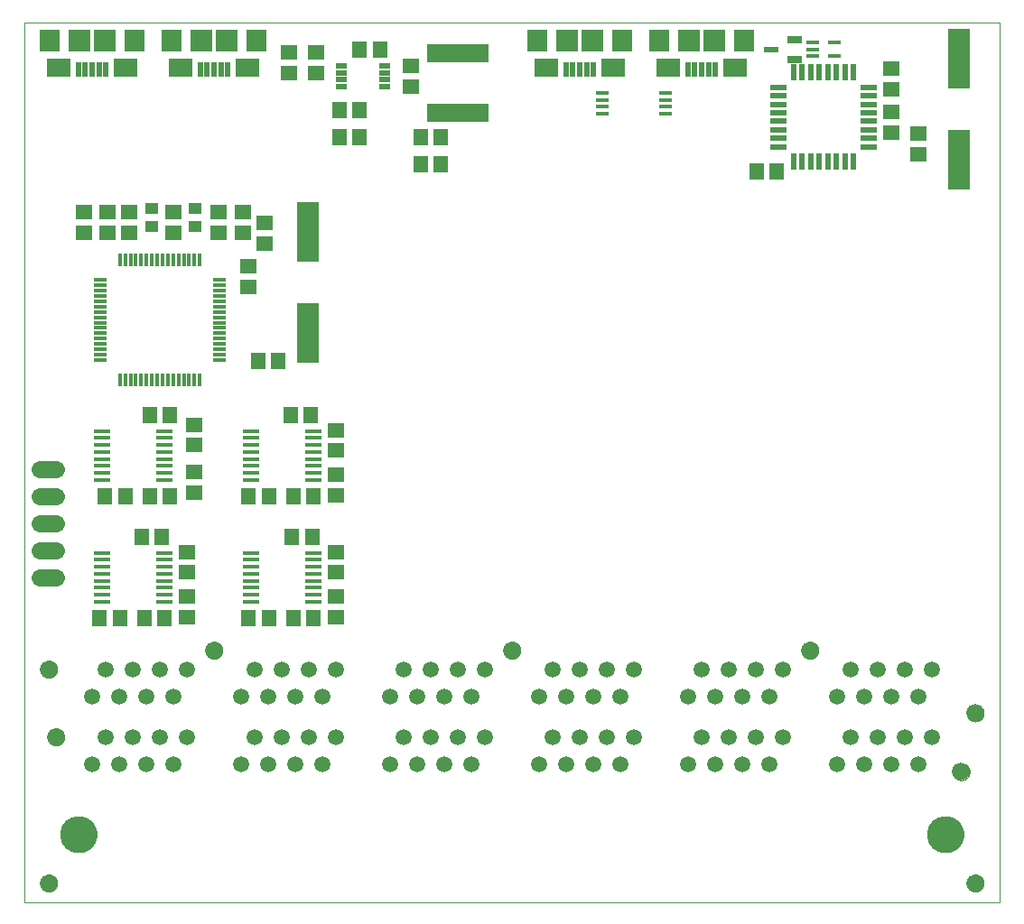
<source format=gts>
G75*
%MOIN*%
%OFA0B0*%
%FSLAX25Y25*%
%IPPOS*%
%LPD*%
%AMOC8*
5,1,8,0,0,1.08239X$1,22.5*
%
%ADD10C,0.00000*%
%ADD11R,0.06306X0.05518*%
%ADD12R,0.05518X0.06306*%
%ADD13R,0.02400X0.06200*%
%ADD14R,0.06200X0.02400*%
%ADD15R,0.05124X0.01778*%
%ADD16R,0.05124X0.04042*%
%ADD17R,0.08274X0.22054*%
%ADD18R,0.01384X0.05124*%
%ADD19R,0.05124X0.01384*%
%ADD20R,0.01975X0.05715*%
%ADD21R,0.08668X0.06699*%
%ADD22R,0.07487X0.07880*%
%ADD23R,0.07880X0.07880*%
%ADD24R,0.05600X0.02600*%
%ADD25R,0.05600X0.02400*%
%ADD26R,0.06200X0.01800*%
%ADD27C,0.06400*%
%ADD28R,0.05000X0.01800*%
%ADD29C,0.13600*%
%ADD30C,0.06600*%
%ADD31C,0.05900*%
%ADD32R,0.04337X0.02172*%
%ADD33R,0.22841X0.06699*%
D10*
X0028765Y0001800D02*
X0028765Y0326800D01*
X0388765Y0326800D01*
X0388765Y0001800D01*
X0028765Y0001800D01*
X0034665Y0008800D02*
X0034667Y0008911D01*
X0034673Y0009022D01*
X0034683Y0009133D01*
X0034697Y0009244D01*
X0034715Y0009354D01*
X0034737Y0009463D01*
X0034762Y0009571D01*
X0034792Y0009678D01*
X0034825Y0009784D01*
X0034863Y0009889D01*
X0034904Y0009993D01*
X0034948Y0010095D01*
X0034997Y0010195D01*
X0035048Y0010293D01*
X0035104Y0010390D01*
X0035163Y0010484D01*
X0035225Y0010577D01*
X0035290Y0010667D01*
X0035359Y0010754D01*
X0035430Y0010840D01*
X0035505Y0010922D01*
X0035583Y0011002D01*
X0035663Y0011079D01*
X0035746Y0011153D01*
X0035832Y0011224D01*
X0035920Y0011291D01*
X0036011Y0011356D01*
X0036104Y0011417D01*
X0036199Y0011475D01*
X0036296Y0011530D01*
X0036395Y0011581D01*
X0036496Y0011628D01*
X0036598Y0011672D01*
X0036702Y0011712D01*
X0036807Y0011748D01*
X0036913Y0011781D01*
X0037021Y0011809D01*
X0037130Y0011834D01*
X0037239Y0011855D01*
X0037349Y0011872D01*
X0037459Y0011885D01*
X0037570Y0011894D01*
X0037682Y0011899D01*
X0037793Y0011900D01*
X0037904Y0011897D01*
X0038015Y0011890D01*
X0038126Y0011879D01*
X0038236Y0011864D01*
X0038346Y0011845D01*
X0038455Y0011822D01*
X0038563Y0011796D01*
X0038670Y0011765D01*
X0038776Y0011731D01*
X0038880Y0011692D01*
X0038983Y0011651D01*
X0039085Y0011605D01*
X0039185Y0011556D01*
X0039283Y0011503D01*
X0039379Y0011447D01*
X0039473Y0011387D01*
X0039565Y0011324D01*
X0039654Y0011258D01*
X0039741Y0011189D01*
X0039825Y0011116D01*
X0039907Y0011041D01*
X0039986Y0010962D01*
X0040063Y0010881D01*
X0040136Y0010797D01*
X0040206Y0010711D01*
X0040273Y0010622D01*
X0040337Y0010531D01*
X0040397Y0010438D01*
X0040454Y0010342D01*
X0040508Y0010244D01*
X0040558Y0010145D01*
X0040604Y0010044D01*
X0040647Y0009941D01*
X0040686Y0009837D01*
X0040722Y0009731D01*
X0040753Y0009625D01*
X0040781Y0009517D01*
X0040805Y0009408D01*
X0040825Y0009299D01*
X0040841Y0009189D01*
X0040853Y0009078D01*
X0040861Y0008967D01*
X0040865Y0008856D01*
X0040865Y0008744D01*
X0040861Y0008633D01*
X0040853Y0008522D01*
X0040841Y0008411D01*
X0040825Y0008301D01*
X0040805Y0008192D01*
X0040781Y0008083D01*
X0040753Y0007975D01*
X0040722Y0007869D01*
X0040686Y0007763D01*
X0040647Y0007659D01*
X0040604Y0007556D01*
X0040558Y0007455D01*
X0040508Y0007356D01*
X0040454Y0007258D01*
X0040397Y0007162D01*
X0040337Y0007069D01*
X0040273Y0006978D01*
X0040206Y0006889D01*
X0040136Y0006803D01*
X0040063Y0006719D01*
X0039986Y0006638D01*
X0039907Y0006559D01*
X0039825Y0006484D01*
X0039741Y0006411D01*
X0039654Y0006342D01*
X0039565Y0006276D01*
X0039473Y0006213D01*
X0039379Y0006153D01*
X0039283Y0006097D01*
X0039185Y0006044D01*
X0039085Y0005995D01*
X0038983Y0005949D01*
X0038880Y0005908D01*
X0038776Y0005869D01*
X0038670Y0005835D01*
X0038563Y0005804D01*
X0038455Y0005778D01*
X0038346Y0005755D01*
X0038236Y0005736D01*
X0038126Y0005721D01*
X0038015Y0005710D01*
X0037904Y0005703D01*
X0037793Y0005700D01*
X0037682Y0005701D01*
X0037570Y0005706D01*
X0037459Y0005715D01*
X0037349Y0005728D01*
X0037239Y0005745D01*
X0037130Y0005766D01*
X0037021Y0005791D01*
X0036913Y0005819D01*
X0036807Y0005852D01*
X0036702Y0005888D01*
X0036598Y0005928D01*
X0036496Y0005972D01*
X0036395Y0006019D01*
X0036296Y0006070D01*
X0036199Y0006125D01*
X0036104Y0006183D01*
X0036011Y0006244D01*
X0035920Y0006309D01*
X0035832Y0006376D01*
X0035746Y0006447D01*
X0035663Y0006521D01*
X0035583Y0006598D01*
X0035505Y0006678D01*
X0035430Y0006760D01*
X0035359Y0006846D01*
X0035290Y0006933D01*
X0035225Y0007023D01*
X0035163Y0007116D01*
X0035104Y0007210D01*
X0035048Y0007307D01*
X0034997Y0007405D01*
X0034948Y0007505D01*
X0034904Y0007607D01*
X0034863Y0007711D01*
X0034825Y0007816D01*
X0034792Y0007922D01*
X0034762Y0008029D01*
X0034737Y0008137D01*
X0034715Y0008246D01*
X0034697Y0008356D01*
X0034683Y0008467D01*
X0034673Y0008578D01*
X0034667Y0008689D01*
X0034665Y0008800D01*
X0042165Y0026800D02*
X0042167Y0026962D01*
X0042173Y0027124D01*
X0042183Y0027286D01*
X0042197Y0027447D01*
X0042215Y0027608D01*
X0042236Y0027768D01*
X0042262Y0027928D01*
X0042292Y0028088D01*
X0042325Y0028246D01*
X0042363Y0028404D01*
X0042404Y0028560D01*
X0042449Y0028716D01*
X0042498Y0028870D01*
X0042551Y0029023D01*
X0042607Y0029175D01*
X0042667Y0029326D01*
X0042731Y0029475D01*
X0042799Y0029622D01*
X0042870Y0029767D01*
X0042944Y0029911D01*
X0043022Y0030053D01*
X0043104Y0030193D01*
X0043189Y0030331D01*
X0043277Y0030467D01*
X0043369Y0030600D01*
X0043464Y0030732D01*
X0043562Y0030861D01*
X0043663Y0030987D01*
X0043767Y0031111D01*
X0043875Y0031232D01*
X0043985Y0031351D01*
X0044098Y0031467D01*
X0044214Y0031580D01*
X0044333Y0031690D01*
X0044454Y0031798D01*
X0044578Y0031902D01*
X0044704Y0032003D01*
X0044833Y0032101D01*
X0044965Y0032196D01*
X0045098Y0032288D01*
X0045234Y0032376D01*
X0045372Y0032461D01*
X0045512Y0032543D01*
X0045654Y0032621D01*
X0045798Y0032695D01*
X0045943Y0032766D01*
X0046090Y0032834D01*
X0046239Y0032898D01*
X0046390Y0032958D01*
X0046542Y0033014D01*
X0046695Y0033067D01*
X0046849Y0033116D01*
X0047005Y0033161D01*
X0047161Y0033202D01*
X0047319Y0033240D01*
X0047477Y0033273D01*
X0047637Y0033303D01*
X0047797Y0033329D01*
X0047957Y0033350D01*
X0048118Y0033368D01*
X0048279Y0033382D01*
X0048441Y0033392D01*
X0048603Y0033398D01*
X0048765Y0033400D01*
X0048927Y0033398D01*
X0049089Y0033392D01*
X0049251Y0033382D01*
X0049412Y0033368D01*
X0049573Y0033350D01*
X0049733Y0033329D01*
X0049893Y0033303D01*
X0050053Y0033273D01*
X0050211Y0033240D01*
X0050369Y0033202D01*
X0050525Y0033161D01*
X0050681Y0033116D01*
X0050835Y0033067D01*
X0050988Y0033014D01*
X0051140Y0032958D01*
X0051291Y0032898D01*
X0051440Y0032834D01*
X0051587Y0032766D01*
X0051732Y0032695D01*
X0051876Y0032621D01*
X0052018Y0032543D01*
X0052158Y0032461D01*
X0052296Y0032376D01*
X0052432Y0032288D01*
X0052565Y0032196D01*
X0052697Y0032101D01*
X0052826Y0032003D01*
X0052952Y0031902D01*
X0053076Y0031798D01*
X0053197Y0031690D01*
X0053316Y0031580D01*
X0053432Y0031467D01*
X0053545Y0031351D01*
X0053655Y0031232D01*
X0053763Y0031111D01*
X0053867Y0030987D01*
X0053968Y0030861D01*
X0054066Y0030732D01*
X0054161Y0030600D01*
X0054253Y0030467D01*
X0054341Y0030331D01*
X0054426Y0030193D01*
X0054508Y0030053D01*
X0054586Y0029911D01*
X0054660Y0029767D01*
X0054731Y0029622D01*
X0054799Y0029475D01*
X0054863Y0029326D01*
X0054923Y0029175D01*
X0054979Y0029023D01*
X0055032Y0028870D01*
X0055081Y0028716D01*
X0055126Y0028560D01*
X0055167Y0028404D01*
X0055205Y0028246D01*
X0055238Y0028088D01*
X0055268Y0027928D01*
X0055294Y0027768D01*
X0055315Y0027608D01*
X0055333Y0027447D01*
X0055347Y0027286D01*
X0055357Y0027124D01*
X0055363Y0026962D01*
X0055365Y0026800D01*
X0055363Y0026638D01*
X0055357Y0026476D01*
X0055347Y0026314D01*
X0055333Y0026153D01*
X0055315Y0025992D01*
X0055294Y0025832D01*
X0055268Y0025672D01*
X0055238Y0025512D01*
X0055205Y0025354D01*
X0055167Y0025196D01*
X0055126Y0025040D01*
X0055081Y0024884D01*
X0055032Y0024730D01*
X0054979Y0024577D01*
X0054923Y0024425D01*
X0054863Y0024274D01*
X0054799Y0024125D01*
X0054731Y0023978D01*
X0054660Y0023833D01*
X0054586Y0023689D01*
X0054508Y0023547D01*
X0054426Y0023407D01*
X0054341Y0023269D01*
X0054253Y0023133D01*
X0054161Y0023000D01*
X0054066Y0022868D01*
X0053968Y0022739D01*
X0053867Y0022613D01*
X0053763Y0022489D01*
X0053655Y0022368D01*
X0053545Y0022249D01*
X0053432Y0022133D01*
X0053316Y0022020D01*
X0053197Y0021910D01*
X0053076Y0021802D01*
X0052952Y0021698D01*
X0052826Y0021597D01*
X0052697Y0021499D01*
X0052565Y0021404D01*
X0052432Y0021312D01*
X0052296Y0021224D01*
X0052158Y0021139D01*
X0052018Y0021057D01*
X0051876Y0020979D01*
X0051732Y0020905D01*
X0051587Y0020834D01*
X0051440Y0020766D01*
X0051291Y0020702D01*
X0051140Y0020642D01*
X0050988Y0020586D01*
X0050835Y0020533D01*
X0050681Y0020484D01*
X0050525Y0020439D01*
X0050369Y0020398D01*
X0050211Y0020360D01*
X0050053Y0020327D01*
X0049893Y0020297D01*
X0049733Y0020271D01*
X0049573Y0020250D01*
X0049412Y0020232D01*
X0049251Y0020218D01*
X0049089Y0020208D01*
X0048927Y0020202D01*
X0048765Y0020200D01*
X0048603Y0020202D01*
X0048441Y0020208D01*
X0048279Y0020218D01*
X0048118Y0020232D01*
X0047957Y0020250D01*
X0047797Y0020271D01*
X0047637Y0020297D01*
X0047477Y0020327D01*
X0047319Y0020360D01*
X0047161Y0020398D01*
X0047005Y0020439D01*
X0046849Y0020484D01*
X0046695Y0020533D01*
X0046542Y0020586D01*
X0046390Y0020642D01*
X0046239Y0020702D01*
X0046090Y0020766D01*
X0045943Y0020834D01*
X0045798Y0020905D01*
X0045654Y0020979D01*
X0045512Y0021057D01*
X0045372Y0021139D01*
X0045234Y0021224D01*
X0045098Y0021312D01*
X0044965Y0021404D01*
X0044833Y0021499D01*
X0044704Y0021597D01*
X0044578Y0021698D01*
X0044454Y0021802D01*
X0044333Y0021910D01*
X0044214Y0022020D01*
X0044098Y0022133D01*
X0043985Y0022249D01*
X0043875Y0022368D01*
X0043767Y0022489D01*
X0043663Y0022613D01*
X0043562Y0022739D01*
X0043464Y0022868D01*
X0043369Y0023000D01*
X0043277Y0023133D01*
X0043189Y0023269D01*
X0043104Y0023407D01*
X0043022Y0023547D01*
X0042944Y0023689D01*
X0042870Y0023833D01*
X0042799Y0023978D01*
X0042731Y0024125D01*
X0042667Y0024274D01*
X0042607Y0024425D01*
X0042551Y0024577D01*
X0042498Y0024730D01*
X0042449Y0024884D01*
X0042404Y0025040D01*
X0042363Y0025196D01*
X0042325Y0025354D01*
X0042292Y0025512D01*
X0042262Y0025672D01*
X0042236Y0025832D01*
X0042215Y0025992D01*
X0042197Y0026153D01*
X0042183Y0026314D01*
X0042173Y0026476D01*
X0042167Y0026638D01*
X0042165Y0026800D01*
X0037265Y0062800D02*
X0037267Y0062911D01*
X0037273Y0063022D01*
X0037283Y0063133D01*
X0037297Y0063244D01*
X0037315Y0063354D01*
X0037337Y0063463D01*
X0037362Y0063571D01*
X0037392Y0063678D01*
X0037425Y0063784D01*
X0037463Y0063889D01*
X0037504Y0063993D01*
X0037548Y0064095D01*
X0037597Y0064195D01*
X0037648Y0064293D01*
X0037704Y0064390D01*
X0037763Y0064484D01*
X0037825Y0064577D01*
X0037890Y0064667D01*
X0037959Y0064754D01*
X0038030Y0064840D01*
X0038105Y0064922D01*
X0038183Y0065002D01*
X0038263Y0065079D01*
X0038346Y0065153D01*
X0038432Y0065224D01*
X0038520Y0065291D01*
X0038611Y0065356D01*
X0038704Y0065417D01*
X0038799Y0065475D01*
X0038896Y0065530D01*
X0038995Y0065581D01*
X0039096Y0065628D01*
X0039198Y0065672D01*
X0039302Y0065712D01*
X0039407Y0065748D01*
X0039513Y0065781D01*
X0039621Y0065809D01*
X0039730Y0065834D01*
X0039839Y0065855D01*
X0039949Y0065872D01*
X0040059Y0065885D01*
X0040170Y0065894D01*
X0040282Y0065899D01*
X0040393Y0065900D01*
X0040504Y0065897D01*
X0040615Y0065890D01*
X0040726Y0065879D01*
X0040836Y0065864D01*
X0040946Y0065845D01*
X0041055Y0065822D01*
X0041163Y0065796D01*
X0041270Y0065765D01*
X0041376Y0065731D01*
X0041480Y0065692D01*
X0041583Y0065651D01*
X0041685Y0065605D01*
X0041785Y0065556D01*
X0041883Y0065503D01*
X0041979Y0065447D01*
X0042073Y0065387D01*
X0042165Y0065324D01*
X0042254Y0065258D01*
X0042341Y0065189D01*
X0042425Y0065116D01*
X0042507Y0065041D01*
X0042586Y0064962D01*
X0042663Y0064881D01*
X0042736Y0064797D01*
X0042806Y0064711D01*
X0042873Y0064622D01*
X0042937Y0064531D01*
X0042997Y0064438D01*
X0043054Y0064342D01*
X0043108Y0064244D01*
X0043158Y0064145D01*
X0043204Y0064044D01*
X0043247Y0063941D01*
X0043286Y0063837D01*
X0043322Y0063731D01*
X0043353Y0063625D01*
X0043381Y0063517D01*
X0043405Y0063408D01*
X0043425Y0063299D01*
X0043441Y0063189D01*
X0043453Y0063078D01*
X0043461Y0062967D01*
X0043465Y0062856D01*
X0043465Y0062744D01*
X0043461Y0062633D01*
X0043453Y0062522D01*
X0043441Y0062411D01*
X0043425Y0062301D01*
X0043405Y0062192D01*
X0043381Y0062083D01*
X0043353Y0061975D01*
X0043322Y0061869D01*
X0043286Y0061763D01*
X0043247Y0061659D01*
X0043204Y0061556D01*
X0043158Y0061455D01*
X0043108Y0061356D01*
X0043054Y0061258D01*
X0042997Y0061162D01*
X0042937Y0061069D01*
X0042873Y0060978D01*
X0042806Y0060889D01*
X0042736Y0060803D01*
X0042663Y0060719D01*
X0042586Y0060638D01*
X0042507Y0060559D01*
X0042425Y0060484D01*
X0042341Y0060411D01*
X0042254Y0060342D01*
X0042165Y0060276D01*
X0042073Y0060213D01*
X0041979Y0060153D01*
X0041883Y0060097D01*
X0041785Y0060044D01*
X0041685Y0059995D01*
X0041583Y0059949D01*
X0041480Y0059908D01*
X0041376Y0059869D01*
X0041270Y0059835D01*
X0041163Y0059804D01*
X0041055Y0059778D01*
X0040946Y0059755D01*
X0040836Y0059736D01*
X0040726Y0059721D01*
X0040615Y0059710D01*
X0040504Y0059703D01*
X0040393Y0059700D01*
X0040282Y0059701D01*
X0040170Y0059706D01*
X0040059Y0059715D01*
X0039949Y0059728D01*
X0039839Y0059745D01*
X0039730Y0059766D01*
X0039621Y0059791D01*
X0039513Y0059819D01*
X0039407Y0059852D01*
X0039302Y0059888D01*
X0039198Y0059928D01*
X0039096Y0059972D01*
X0038995Y0060019D01*
X0038896Y0060070D01*
X0038799Y0060125D01*
X0038704Y0060183D01*
X0038611Y0060244D01*
X0038520Y0060309D01*
X0038432Y0060376D01*
X0038346Y0060447D01*
X0038263Y0060521D01*
X0038183Y0060598D01*
X0038105Y0060678D01*
X0038030Y0060760D01*
X0037959Y0060846D01*
X0037890Y0060933D01*
X0037825Y0061023D01*
X0037763Y0061116D01*
X0037704Y0061210D01*
X0037648Y0061307D01*
X0037597Y0061405D01*
X0037548Y0061505D01*
X0037504Y0061607D01*
X0037463Y0061711D01*
X0037425Y0061816D01*
X0037392Y0061922D01*
X0037362Y0062029D01*
X0037337Y0062137D01*
X0037315Y0062246D01*
X0037297Y0062356D01*
X0037283Y0062467D01*
X0037273Y0062578D01*
X0037267Y0062689D01*
X0037265Y0062800D01*
X0034665Y0087800D02*
X0034667Y0087911D01*
X0034673Y0088022D01*
X0034683Y0088133D01*
X0034697Y0088244D01*
X0034715Y0088354D01*
X0034737Y0088463D01*
X0034762Y0088571D01*
X0034792Y0088678D01*
X0034825Y0088784D01*
X0034863Y0088889D01*
X0034904Y0088993D01*
X0034948Y0089095D01*
X0034997Y0089195D01*
X0035048Y0089293D01*
X0035104Y0089390D01*
X0035163Y0089484D01*
X0035225Y0089577D01*
X0035290Y0089667D01*
X0035359Y0089754D01*
X0035430Y0089840D01*
X0035505Y0089922D01*
X0035583Y0090002D01*
X0035663Y0090079D01*
X0035746Y0090153D01*
X0035832Y0090224D01*
X0035920Y0090291D01*
X0036011Y0090356D01*
X0036104Y0090417D01*
X0036199Y0090475D01*
X0036296Y0090530D01*
X0036395Y0090581D01*
X0036496Y0090628D01*
X0036598Y0090672D01*
X0036702Y0090712D01*
X0036807Y0090748D01*
X0036913Y0090781D01*
X0037021Y0090809D01*
X0037130Y0090834D01*
X0037239Y0090855D01*
X0037349Y0090872D01*
X0037459Y0090885D01*
X0037570Y0090894D01*
X0037682Y0090899D01*
X0037793Y0090900D01*
X0037904Y0090897D01*
X0038015Y0090890D01*
X0038126Y0090879D01*
X0038236Y0090864D01*
X0038346Y0090845D01*
X0038455Y0090822D01*
X0038563Y0090796D01*
X0038670Y0090765D01*
X0038776Y0090731D01*
X0038880Y0090692D01*
X0038983Y0090651D01*
X0039085Y0090605D01*
X0039185Y0090556D01*
X0039283Y0090503D01*
X0039379Y0090447D01*
X0039473Y0090387D01*
X0039565Y0090324D01*
X0039654Y0090258D01*
X0039741Y0090189D01*
X0039825Y0090116D01*
X0039907Y0090041D01*
X0039986Y0089962D01*
X0040063Y0089881D01*
X0040136Y0089797D01*
X0040206Y0089711D01*
X0040273Y0089622D01*
X0040337Y0089531D01*
X0040397Y0089438D01*
X0040454Y0089342D01*
X0040508Y0089244D01*
X0040558Y0089145D01*
X0040604Y0089044D01*
X0040647Y0088941D01*
X0040686Y0088837D01*
X0040722Y0088731D01*
X0040753Y0088625D01*
X0040781Y0088517D01*
X0040805Y0088408D01*
X0040825Y0088299D01*
X0040841Y0088189D01*
X0040853Y0088078D01*
X0040861Y0087967D01*
X0040865Y0087856D01*
X0040865Y0087744D01*
X0040861Y0087633D01*
X0040853Y0087522D01*
X0040841Y0087411D01*
X0040825Y0087301D01*
X0040805Y0087192D01*
X0040781Y0087083D01*
X0040753Y0086975D01*
X0040722Y0086869D01*
X0040686Y0086763D01*
X0040647Y0086659D01*
X0040604Y0086556D01*
X0040558Y0086455D01*
X0040508Y0086356D01*
X0040454Y0086258D01*
X0040397Y0086162D01*
X0040337Y0086069D01*
X0040273Y0085978D01*
X0040206Y0085889D01*
X0040136Y0085803D01*
X0040063Y0085719D01*
X0039986Y0085638D01*
X0039907Y0085559D01*
X0039825Y0085484D01*
X0039741Y0085411D01*
X0039654Y0085342D01*
X0039565Y0085276D01*
X0039473Y0085213D01*
X0039379Y0085153D01*
X0039283Y0085097D01*
X0039185Y0085044D01*
X0039085Y0084995D01*
X0038983Y0084949D01*
X0038880Y0084908D01*
X0038776Y0084869D01*
X0038670Y0084835D01*
X0038563Y0084804D01*
X0038455Y0084778D01*
X0038346Y0084755D01*
X0038236Y0084736D01*
X0038126Y0084721D01*
X0038015Y0084710D01*
X0037904Y0084703D01*
X0037793Y0084700D01*
X0037682Y0084701D01*
X0037570Y0084706D01*
X0037459Y0084715D01*
X0037349Y0084728D01*
X0037239Y0084745D01*
X0037130Y0084766D01*
X0037021Y0084791D01*
X0036913Y0084819D01*
X0036807Y0084852D01*
X0036702Y0084888D01*
X0036598Y0084928D01*
X0036496Y0084972D01*
X0036395Y0085019D01*
X0036296Y0085070D01*
X0036199Y0085125D01*
X0036104Y0085183D01*
X0036011Y0085244D01*
X0035920Y0085309D01*
X0035832Y0085376D01*
X0035746Y0085447D01*
X0035663Y0085521D01*
X0035583Y0085598D01*
X0035505Y0085678D01*
X0035430Y0085760D01*
X0035359Y0085846D01*
X0035290Y0085933D01*
X0035225Y0086023D01*
X0035163Y0086116D01*
X0035104Y0086210D01*
X0035048Y0086307D01*
X0034997Y0086405D01*
X0034948Y0086505D01*
X0034904Y0086607D01*
X0034863Y0086711D01*
X0034825Y0086816D01*
X0034792Y0086922D01*
X0034762Y0087029D01*
X0034737Y0087137D01*
X0034715Y0087246D01*
X0034697Y0087356D01*
X0034683Y0087467D01*
X0034673Y0087578D01*
X0034667Y0087689D01*
X0034665Y0087800D01*
X0095665Y0094800D02*
X0095667Y0094911D01*
X0095673Y0095022D01*
X0095683Y0095133D01*
X0095697Y0095244D01*
X0095715Y0095354D01*
X0095737Y0095463D01*
X0095762Y0095571D01*
X0095792Y0095678D01*
X0095825Y0095784D01*
X0095863Y0095889D01*
X0095904Y0095993D01*
X0095948Y0096095D01*
X0095997Y0096195D01*
X0096048Y0096293D01*
X0096104Y0096390D01*
X0096163Y0096484D01*
X0096225Y0096577D01*
X0096290Y0096667D01*
X0096359Y0096754D01*
X0096430Y0096840D01*
X0096505Y0096922D01*
X0096583Y0097002D01*
X0096663Y0097079D01*
X0096746Y0097153D01*
X0096832Y0097224D01*
X0096920Y0097291D01*
X0097011Y0097356D01*
X0097104Y0097417D01*
X0097199Y0097475D01*
X0097296Y0097530D01*
X0097395Y0097581D01*
X0097496Y0097628D01*
X0097598Y0097672D01*
X0097702Y0097712D01*
X0097807Y0097748D01*
X0097913Y0097781D01*
X0098021Y0097809D01*
X0098130Y0097834D01*
X0098239Y0097855D01*
X0098349Y0097872D01*
X0098459Y0097885D01*
X0098570Y0097894D01*
X0098682Y0097899D01*
X0098793Y0097900D01*
X0098904Y0097897D01*
X0099015Y0097890D01*
X0099126Y0097879D01*
X0099236Y0097864D01*
X0099346Y0097845D01*
X0099455Y0097822D01*
X0099563Y0097796D01*
X0099670Y0097765D01*
X0099776Y0097731D01*
X0099880Y0097692D01*
X0099983Y0097651D01*
X0100085Y0097605D01*
X0100185Y0097556D01*
X0100283Y0097503D01*
X0100379Y0097447D01*
X0100473Y0097387D01*
X0100565Y0097324D01*
X0100654Y0097258D01*
X0100741Y0097189D01*
X0100825Y0097116D01*
X0100907Y0097041D01*
X0100986Y0096962D01*
X0101063Y0096881D01*
X0101136Y0096797D01*
X0101206Y0096711D01*
X0101273Y0096622D01*
X0101337Y0096531D01*
X0101397Y0096438D01*
X0101454Y0096342D01*
X0101508Y0096244D01*
X0101558Y0096145D01*
X0101604Y0096044D01*
X0101647Y0095941D01*
X0101686Y0095837D01*
X0101722Y0095731D01*
X0101753Y0095625D01*
X0101781Y0095517D01*
X0101805Y0095408D01*
X0101825Y0095299D01*
X0101841Y0095189D01*
X0101853Y0095078D01*
X0101861Y0094967D01*
X0101865Y0094856D01*
X0101865Y0094744D01*
X0101861Y0094633D01*
X0101853Y0094522D01*
X0101841Y0094411D01*
X0101825Y0094301D01*
X0101805Y0094192D01*
X0101781Y0094083D01*
X0101753Y0093975D01*
X0101722Y0093869D01*
X0101686Y0093763D01*
X0101647Y0093659D01*
X0101604Y0093556D01*
X0101558Y0093455D01*
X0101508Y0093356D01*
X0101454Y0093258D01*
X0101397Y0093162D01*
X0101337Y0093069D01*
X0101273Y0092978D01*
X0101206Y0092889D01*
X0101136Y0092803D01*
X0101063Y0092719D01*
X0100986Y0092638D01*
X0100907Y0092559D01*
X0100825Y0092484D01*
X0100741Y0092411D01*
X0100654Y0092342D01*
X0100565Y0092276D01*
X0100473Y0092213D01*
X0100379Y0092153D01*
X0100283Y0092097D01*
X0100185Y0092044D01*
X0100085Y0091995D01*
X0099983Y0091949D01*
X0099880Y0091908D01*
X0099776Y0091869D01*
X0099670Y0091835D01*
X0099563Y0091804D01*
X0099455Y0091778D01*
X0099346Y0091755D01*
X0099236Y0091736D01*
X0099126Y0091721D01*
X0099015Y0091710D01*
X0098904Y0091703D01*
X0098793Y0091700D01*
X0098682Y0091701D01*
X0098570Y0091706D01*
X0098459Y0091715D01*
X0098349Y0091728D01*
X0098239Y0091745D01*
X0098130Y0091766D01*
X0098021Y0091791D01*
X0097913Y0091819D01*
X0097807Y0091852D01*
X0097702Y0091888D01*
X0097598Y0091928D01*
X0097496Y0091972D01*
X0097395Y0092019D01*
X0097296Y0092070D01*
X0097199Y0092125D01*
X0097104Y0092183D01*
X0097011Y0092244D01*
X0096920Y0092309D01*
X0096832Y0092376D01*
X0096746Y0092447D01*
X0096663Y0092521D01*
X0096583Y0092598D01*
X0096505Y0092678D01*
X0096430Y0092760D01*
X0096359Y0092846D01*
X0096290Y0092933D01*
X0096225Y0093023D01*
X0096163Y0093116D01*
X0096104Y0093210D01*
X0096048Y0093307D01*
X0095997Y0093405D01*
X0095948Y0093505D01*
X0095904Y0093607D01*
X0095863Y0093711D01*
X0095825Y0093816D01*
X0095792Y0093922D01*
X0095762Y0094029D01*
X0095737Y0094137D01*
X0095715Y0094246D01*
X0095697Y0094356D01*
X0095683Y0094467D01*
X0095673Y0094578D01*
X0095667Y0094689D01*
X0095665Y0094800D01*
X0205665Y0094800D02*
X0205667Y0094911D01*
X0205673Y0095022D01*
X0205683Y0095133D01*
X0205697Y0095244D01*
X0205715Y0095354D01*
X0205737Y0095463D01*
X0205762Y0095571D01*
X0205792Y0095678D01*
X0205825Y0095784D01*
X0205863Y0095889D01*
X0205904Y0095993D01*
X0205948Y0096095D01*
X0205997Y0096195D01*
X0206048Y0096293D01*
X0206104Y0096390D01*
X0206163Y0096484D01*
X0206225Y0096577D01*
X0206290Y0096667D01*
X0206359Y0096754D01*
X0206430Y0096840D01*
X0206505Y0096922D01*
X0206583Y0097002D01*
X0206663Y0097079D01*
X0206746Y0097153D01*
X0206832Y0097224D01*
X0206920Y0097291D01*
X0207011Y0097356D01*
X0207104Y0097417D01*
X0207199Y0097475D01*
X0207296Y0097530D01*
X0207395Y0097581D01*
X0207496Y0097628D01*
X0207598Y0097672D01*
X0207702Y0097712D01*
X0207807Y0097748D01*
X0207913Y0097781D01*
X0208021Y0097809D01*
X0208130Y0097834D01*
X0208239Y0097855D01*
X0208349Y0097872D01*
X0208459Y0097885D01*
X0208570Y0097894D01*
X0208682Y0097899D01*
X0208793Y0097900D01*
X0208904Y0097897D01*
X0209015Y0097890D01*
X0209126Y0097879D01*
X0209236Y0097864D01*
X0209346Y0097845D01*
X0209455Y0097822D01*
X0209563Y0097796D01*
X0209670Y0097765D01*
X0209776Y0097731D01*
X0209880Y0097692D01*
X0209983Y0097651D01*
X0210085Y0097605D01*
X0210185Y0097556D01*
X0210283Y0097503D01*
X0210379Y0097447D01*
X0210473Y0097387D01*
X0210565Y0097324D01*
X0210654Y0097258D01*
X0210741Y0097189D01*
X0210825Y0097116D01*
X0210907Y0097041D01*
X0210986Y0096962D01*
X0211063Y0096881D01*
X0211136Y0096797D01*
X0211206Y0096711D01*
X0211273Y0096622D01*
X0211337Y0096531D01*
X0211397Y0096438D01*
X0211454Y0096342D01*
X0211508Y0096244D01*
X0211558Y0096145D01*
X0211604Y0096044D01*
X0211647Y0095941D01*
X0211686Y0095837D01*
X0211722Y0095731D01*
X0211753Y0095625D01*
X0211781Y0095517D01*
X0211805Y0095408D01*
X0211825Y0095299D01*
X0211841Y0095189D01*
X0211853Y0095078D01*
X0211861Y0094967D01*
X0211865Y0094856D01*
X0211865Y0094744D01*
X0211861Y0094633D01*
X0211853Y0094522D01*
X0211841Y0094411D01*
X0211825Y0094301D01*
X0211805Y0094192D01*
X0211781Y0094083D01*
X0211753Y0093975D01*
X0211722Y0093869D01*
X0211686Y0093763D01*
X0211647Y0093659D01*
X0211604Y0093556D01*
X0211558Y0093455D01*
X0211508Y0093356D01*
X0211454Y0093258D01*
X0211397Y0093162D01*
X0211337Y0093069D01*
X0211273Y0092978D01*
X0211206Y0092889D01*
X0211136Y0092803D01*
X0211063Y0092719D01*
X0210986Y0092638D01*
X0210907Y0092559D01*
X0210825Y0092484D01*
X0210741Y0092411D01*
X0210654Y0092342D01*
X0210565Y0092276D01*
X0210473Y0092213D01*
X0210379Y0092153D01*
X0210283Y0092097D01*
X0210185Y0092044D01*
X0210085Y0091995D01*
X0209983Y0091949D01*
X0209880Y0091908D01*
X0209776Y0091869D01*
X0209670Y0091835D01*
X0209563Y0091804D01*
X0209455Y0091778D01*
X0209346Y0091755D01*
X0209236Y0091736D01*
X0209126Y0091721D01*
X0209015Y0091710D01*
X0208904Y0091703D01*
X0208793Y0091700D01*
X0208682Y0091701D01*
X0208570Y0091706D01*
X0208459Y0091715D01*
X0208349Y0091728D01*
X0208239Y0091745D01*
X0208130Y0091766D01*
X0208021Y0091791D01*
X0207913Y0091819D01*
X0207807Y0091852D01*
X0207702Y0091888D01*
X0207598Y0091928D01*
X0207496Y0091972D01*
X0207395Y0092019D01*
X0207296Y0092070D01*
X0207199Y0092125D01*
X0207104Y0092183D01*
X0207011Y0092244D01*
X0206920Y0092309D01*
X0206832Y0092376D01*
X0206746Y0092447D01*
X0206663Y0092521D01*
X0206583Y0092598D01*
X0206505Y0092678D01*
X0206430Y0092760D01*
X0206359Y0092846D01*
X0206290Y0092933D01*
X0206225Y0093023D01*
X0206163Y0093116D01*
X0206104Y0093210D01*
X0206048Y0093307D01*
X0205997Y0093405D01*
X0205948Y0093505D01*
X0205904Y0093607D01*
X0205863Y0093711D01*
X0205825Y0093816D01*
X0205792Y0093922D01*
X0205762Y0094029D01*
X0205737Y0094137D01*
X0205715Y0094246D01*
X0205697Y0094356D01*
X0205683Y0094467D01*
X0205673Y0094578D01*
X0205667Y0094689D01*
X0205665Y0094800D01*
X0315665Y0094800D02*
X0315667Y0094911D01*
X0315673Y0095022D01*
X0315683Y0095133D01*
X0315697Y0095244D01*
X0315715Y0095354D01*
X0315737Y0095463D01*
X0315762Y0095571D01*
X0315792Y0095678D01*
X0315825Y0095784D01*
X0315863Y0095889D01*
X0315904Y0095993D01*
X0315948Y0096095D01*
X0315997Y0096195D01*
X0316048Y0096293D01*
X0316104Y0096390D01*
X0316163Y0096484D01*
X0316225Y0096577D01*
X0316290Y0096667D01*
X0316359Y0096754D01*
X0316430Y0096840D01*
X0316505Y0096922D01*
X0316583Y0097002D01*
X0316663Y0097079D01*
X0316746Y0097153D01*
X0316832Y0097224D01*
X0316920Y0097291D01*
X0317011Y0097356D01*
X0317104Y0097417D01*
X0317199Y0097475D01*
X0317296Y0097530D01*
X0317395Y0097581D01*
X0317496Y0097628D01*
X0317598Y0097672D01*
X0317702Y0097712D01*
X0317807Y0097748D01*
X0317913Y0097781D01*
X0318021Y0097809D01*
X0318130Y0097834D01*
X0318239Y0097855D01*
X0318349Y0097872D01*
X0318459Y0097885D01*
X0318570Y0097894D01*
X0318682Y0097899D01*
X0318793Y0097900D01*
X0318904Y0097897D01*
X0319015Y0097890D01*
X0319126Y0097879D01*
X0319236Y0097864D01*
X0319346Y0097845D01*
X0319455Y0097822D01*
X0319563Y0097796D01*
X0319670Y0097765D01*
X0319776Y0097731D01*
X0319880Y0097692D01*
X0319983Y0097651D01*
X0320085Y0097605D01*
X0320185Y0097556D01*
X0320283Y0097503D01*
X0320379Y0097447D01*
X0320473Y0097387D01*
X0320565Y0097324D01*
X0320654Y0097258D01*
X0320741Y0097189D01*
X0320825Y0097116D01*
X0320907Y0097041D01*
X0320986Y0096962D01*
X0321063Y0096881D01*
X0321136Y0096797D01*
X0321206Y0096711D01*
X0321273Y0096622D01*
X0321337Y0096531D01*
X0321397Y0096438D01*
X0321454Y0096342D01*
X0321508Y0096244D01*
X0321558Y0096145D01*
X0321604Y0096044D01*
X0321647Y0095941D01*
X0321686Y0095837D01*
X0321722Y0095731D01*
X0321753Y0095625D01*
X0321781Y0095517D01*
X0321805Y0095408D01*
X0321825Y0095299D01*
X0321841Y0095189D01*
X0321853Y0095078D01*
X0321861Y0094967D01*
X0321865Y0094856D01*
X0321865Y0094744D01*
X0321861Y0094633D01*
X0321853Y0094522D01*
X0321841Y0094411D01*
X0321825Y0094301D01*
X0321805Y0094192D01*
X0321781Y0094083D01*
X0321753Y0093975D01*
X0321722Y0093869D01*
X0321686Y0093763D01*
X0321647Y0093659D01*
X0321604Y0093556D01*
X0321558Y0093455D01*
X0321508Y0093356D01*
X0321454Y0093258D01*
X0321397Y0093162D01*
X0321337Y0093069D01*
X0321273Y0092978D01*
X0321206Y0092889D01*
X0321136Y0092803D01*
X0321063Y0092719D01*
X0320986Y0092638D01*
X0320907Y0092559D01*
X0320825Y0092484D01*
X0320741Y0092411D01*
X0320654Y0092342D01*
X0320565Y0092276D01*
X0320473Y0092213D01*
X0320379Y0092153D01*
X0320283Y0092097D01*
X0320185Y0092044D01*
X0320085Y0091995D01*
X0319983Y0091949D01*
X0319880Y0091908D01*
X0319776Y0091869D01*
X0319670Y0091835D01*
X0319563Y0091804D01*
X0319455Y0091778D01*
X0319346Y0091755D01*
X0319236Y0091736D01*
X0319126Y0091721D01*
X0319015Y0091710D01*
X0318904Y0091703D01*
X0318793Y0091700D01*
X0318682Y0091701D01*
X0318570Y0091706D01*
X0318459Y0091715D01*
X0318349Y0091728D01*
X0318239Y0091745D01*
X0318130Y0091766D01*
X0318021Y0091791D01*
X0317913Y0091819D01*
X0317807Y0091852D01*
X0317702Y0091888D01*
X0317598Y0091928D01*
X0317496Y0091972D01*
X0317395Y0092019D01*
X0317296Y0092070D01*
X0317199Y0092125D01*
X0317104Y0092183D01*
X0317011Y0092244D01*
X0316920Y0092309D01*
X0316832Y0092376D01*
X0316746Y0092447D01*
X0316663Y0092521D01*
X0316583Y0092598D01*
X0316505Y0092678D01*
X0316430Y0092760D01*
X0316359Y0092846D01*
X0316290Y0092933D01*
X0316225Y0093023D01*
X0316163Y0093116D01*
X0316104Y0093210D01*
X0316048Y0093307D01*
X0315997Y0093405D01*
X0315948Y0093505D01*
X0315904Y0093607D01*
X0315863Y0093711D01*
X0315825Y0093816D01*
X0315792Y0093922D01*
X0315762Y0094029D01*
X0315737Y0094137D01*
X0315715Y0094246D01*
X0315697Y0094356D01*
X0315683Y0094467D01*
X0315673Y0094578D01*
X0315667Y0094689D01*
X0315665Y0094800D01*
X0371465Y0049900D02*
X0371467Y0050011D01*
X0371473Y0050122D01*
X0371483Y0050233D01*
X0371497Y0050344D01*
X0371515Y0050454D01*
X0371537Y0050563D01*
X0371562Y0050671D01*
X0371592Y0050778D01*
X0371625Y0050884D01*
X0371663Y0050989D01*
X0371704Y0051093D01*
X0371748Y0051195D01*
X0371797Y0051295D01*
X0371848Y0051393D01*
X0371904Y0051490D01*
X0371963Y0051584D01*
X0372025Y0051677D01*
X0372090Y0051767D01*
X0372159Y0051854D01*
X0372230Y0051940D01*
X0372305Y0052022D01*
X0372383Y0052102D01*
X0372463Y0052179D01*
X0372546Y0052253D01*
X0372632Y0052324D01*
X0372720Y0052391D01*
X0372811Y0052456D01*
X0372904Y0052517D01*
X0372999Y0052575D01*
X0373096Y0052630D01*
X0373195Y0052681D01*
X0373296Y0052728D01*
X0373398Y0052772D01*
X0373502Y0052812D01*
X0373607Y0052848D01*
X0373713Y0052881D01*
X0373821Y0052909D01*
X0373930Y0052934D01*
X0374039Y0052955D01*
X0374149Y0052972D01*
X0374259Y0052985D01*
X0374370Y0052994D01*
X0374482Y0052999D01*
X0374593Y0053000D01*
X0374704Y0052997D01*
X0374815Y0052990D01*
X0374926Y0052979D01*
X0375036Y0052964D01*
X0375146Y0052945D01*
X0375255Y0052922D01*
X0375363Y0052896D01*
X0375470Y0052865D01*
X0375576Y0052831D01*
X0375680Y0052792D01*
X0375783Y0052751D01*
X0375885Y0052705D01*
X0375985Y0052656D01*
X0376083Y0052603D01*
X0376179Y0052547D01*
X0376273Y0052487D01*
X0376365Y0052424D01*
X0376454Y0052358D01*
X0376541Y0052289D01*
X0376625Y0052216D01*
X0376707Y0052141D01*
X0376786Y0052062D01*
X0376863Y0051981D01*
X0376936Y0051897D01*
X0377006Y0051811D01*
X0377073Y0051722D01*
X0377137Y0051631D01*
X0377197Y0051538D01*
X0377254Y0051442D01*
X0377308Y0051344D01*
X0377358Y0051245D01*
X0377404Y0051144D01*
X0377447Y0051041D01*
X0377486Y0050937D01*
X0377522Y0050831D01*
X0377553Y0050725D01*
X0377581Y0050617D01*
X0377605Y0050508D01*
X0377625Y0050399D01*
X0377641Y0050289D01*
X0377653Y0050178D01*
X0377661Y0050067D01*
X0377665Y0049956D01*
X0377665Y0049844D01*
X0377661Y0049733D01*
X0377653Y0049622D01*
X0377641Y0049511D01*
X0377625Y0049401D01*
X0377605Y0049292D01*
X0377581Y0049183D01*
X0377553Y0049075D01*
X0377522Y0048969D01*
X0377486Y0048863D01*
X0377447Y0048759D01*
X0377404Y0048656D01*
X0377358Y0048555D01*
X0377308Y0048456D01*
X0377254Y0048358D01*
X0377197Y0048262D01*
X0377137Y0048169D01*
X0377073Y0048078D01*
X0377006Y0047989D01*
X0376936Y0047903D01*
X0376863Y0047819D01*
X0376786Y0047738D01*
X0376707Y0047659D01*
X0376625Y0047584D01*
X0376541Y0047511D01*
X0376454Y0047442D01*
X0376365Y0047376D01*
X0376273Y0047313D01*
X0376179Y0047253D01*
X0376083Y0047197D01*
X0375985Y0047144D01*
X0375885Y0047095D01*
X0375783Y0047049D01*
X0375680Y0047008D01*
X0375576Y0046969D01*
X0375470Y0046935D01*
X0375363Y0046904D01*
X0375255Y0046878D01*
X0375146Y0046855D01*
X0375036Y0046836D01*
X0374926Y0046821D01*
X0374815Y0046810D01*
X0374704Y0046803D01*
X0374593Y0046800D01*
X0374482Y0046801D01*
X0374370Y0046806D01*
X0374259Y0046815D01*
X0374149Y0046828D01*
X0374039Y0046845D01*
X0373930Y0046866D01*
X0373821Y0046891D01*
X0373713Y0046919D01*
X0373607Y0046952D01*
X0373502Y0046988D01*
X0373398Y0047028D01*
X0373296Y0047072D01*
X0373195Y0047119D01*
X0373096Y0047170D01*
X0372999Y0047225D01*
X0372904Y0047283D01*
X0372811Y0047344D01*
X0372720Y0047409D01*
X0372632Y0047476D01*
X0372546Y0047547D01*
X0372463Y0047621D01*
X0372383Y0047698D01*
X0372305Y0047778D01*
X0372230Y0047860D01*
X0372159Y0047946D01*
X0372090Y0048033D01*
X0372025Y0048123D01*
X0371963Y0048216D01*
X0371904Y0048310D01*
X0371848Y0048407D01*
X0371797Y0048505D01*
X0371748Y0048605D01*
X0371704Y0048707D01*
X0371663Y0048811D01*
X0371625Y0048916D01*
X0371592Y0049022D01*
X0371562Y0049129D01*
X0371537Y0049237D01*
X0371515Y0049346D01*
X0371497Y0049456D01*
X0371483Y0049567D01*
X0371473Y0049678D01*
X0371467Y0049789D01*
X0371465Y0049900D01*
X0376665Y0071600D02*
X0376667Y0071711D01*
X0376673Y0071822D01*
X0376683Y0071933D01*
X0376697Y0072044D01*
X0376715Y0072154D01*
X0376737Y0072263D01*
X0376762Y0072371D01*
X0376792Y0072478D01*
X0376825Y0072584D01*
X0376863Y0072689D01*
X0376904Y0072793D01*
X0376948Y0072895D01*
X0376997Y0072995D01*
X0377048Y0073093D01*
X0377104Y0073190D01*
X0377163Y0073284D01*
X0377225Y0073377D01*
X0377290Y0073467D01*
X0377359Y0073554D01*
X0377430Y0073640D01*
X0377505Y0073722D01*
X0377583Y0073802D01*
X0377663Y0073879D01*
X0377746Y0073953D01*
X0377832Y0074024D01*
X0377920Y0074091D01*
X0378011Y0074156D01*
X0378104Y0074217D01*
X0378199Y0074275D01*
X0378296Y0074330D01*
X0378395Y0074381D01*
X0378496Y0074428D01*
X0378598Y0074472D01*
X0378702Y0074512D01*
X0378807Y0074548D01*
X0378913Y0074581D01*
X0379021Y0074609D01*
X0379130Y0074634D01*
X0379239Y0074655D01*
X0379349Y0074672D01*
X0379459Y0074685D01*
X0379570Y0074694D01*
X0379682Y0074699D01*
X0379793Y0074700D01*
X0379904Y0074697D01*
X0380015Y0074690D01*
X0380126Y0074679D01*
X0380236Y0074664D01*
X0380346Y0074645D01*
X0380455Y0074622D01*
X0380563Y0074596D01*
X0380670Y0074565D01*
X0380776Y0074531D01*
X0380880Y0074492D01*
X0380983Y0074451D01*
X0381085Y0074405D01*
X0381185Y0074356D01*
X0381283Y0074303D01*
X0381379Y0074247D01*
X0381473Y0074187D01*
X0381565Y0074124D01*
X0381654Y0074058D01*
X0381741Y0073989D01*
X0381825Y0073916D01*
X0381907Y0073841D01*
X0381986Y0073762D01*
X0382063Y0073681D01*
X0382136Y0073597D01*
X0382206Y0073511D01*
X0382273Y0073422D01*
X0382337Y0073331D01*
X0382397Y0073238D01*
X0382454Y0073142D01*
X0382508Y0073044D01*
X0382558Y0072945D01*
X0382604Y0072844D01*
X0382647Y0072741D01*
X0382686Y0072637D01*
X0382722Y0072531D01*
X0382753Y0072425D01*
X0382781Y0072317D01*
X0382805Y0072208D01*
X0382825Y0072099D01*
X0382841Y0071989D01*
X0382853Y0071878D01*
X0382861Y0071767D01*
X0382865Y0071656D01*
X0382865Y0071544D01*
X0382861Y0071433D01*
X0382853Y0071322D01*
X0382841Y0071211D01*
X0382825Y0071101D01*
X0382805Y0070992D01*
X0382781Y0070883D01*
X0382753Y0070775D01*
X0382722Y0070669D01*
X0382686Y0070563D01*
X0382647Y0070459D01*
X0382604Y0070356D01*
X0382558Y0070255D01*
X0382508Y0070156D01*
X0382454Y0070058D01*
X0382397Y0069962D01*
X0382337Y0069869D01*
X0382273Y0069778D01*
X0382206Y0069689D01*
X0382136Y0069603D01*
X0382063Y0069519D01*
X0381986Y0069438D01*
X0381907Y0069359D01*
X0381825Y0069284D01*
X0381741Y0069211D01*
X0381654Y0069142D01*
X0381565Y0069076D01*
X0381473Y0069013D01*
X0381379Y0068953D01*
X0381283Y0068897D01*
X0381185Y0068844D01*
X0381085Y0068795D01*
X0380983Y0068749D01*
X0380880Y0068708D01*
X0380776Y0068669D01*
X0380670Y0068635D01*
X0380563Y0068604D01*
X0380455Y0068578D01*
X0380346Y0068555D01*
X0380236Y0068536D01*
X0380126Y0068521D01*
X0380015Y0068510D01*
X0379904Y0068503D01*
X0379793Y0068500D01*
X0379682Y0068501D01*
X0379570Y0068506D01*
X0379459Y0068515D01*
X0379349Y0068528D01*
X0379239Y0068545D01*
X0379130Y0068566D01*
X0379021Y0068591D01*
X0378913Y0068619D01*
X0378807Y0068652D01*
X0378702Y0068688D01*
X0378598Y0068728D01*
X0378496Y0068772D01*
X0378395Y0068819D01*
X0378296Y0068870D01*
X0378199Y0068925D01*
X0378104Y0068983D01*
X0378011Y0069044D01*
X0377920Y0069109D01*
X0377832Y0069176D01*
X0377746Y0069247D01*
X0377663Y0069321D01*
X0377583Y0069398D01*
X0377505Y0069478D01*
X0377430Y0069560D01*
X0377359Y0069646D01*
X0377290Y0069733D01*
X0377225Y0069823D01*
X0377163Y0069916D01*
X0377104Y0070010D01*
X0377048Y0070107D01*
X0376997Y0070205D01*
X0376948Y0070305D01*
X0376904Y0070407D01*
X0376863Y0070511D01*
X0376825Y0070616D01*
X0376792Y0070722D01*
X0376762Y0070829D01*
X0376737Y0070937D01*
X0376715Y0071046D01*
X0376697Y0071156D01*
X0376683Y0071267D01*
X0376673Y0071378D01*
X0376667Y0071489D01*
X0376665Y0071600D01*
X0362165Y0026800D02*
X0362167Y0026962D01*
X0362173Y0027124D01*
X0362183Y0027286D01*
X0362197Y0027447D01*
X0362215Y0027608D01*
X0362236Y0027768D01*
X0362262Y0027928D01*
X0362292Y0028088D01*
X0362325Y0028246D01*
X0362363Y0028404D01*
X0362404Y0028560D01*
X0362449Y0028716D01*
X0362498Y0028870D01*
X0362551Y0029023D01*
X0362607Y0029175D01*
X0362667Y0029326D01*
X0362731Y0029475D01*
X0362799Y0029622D01*
X0362870Y0029767D01*
X0362944Y0029911D01*
X0363022Y0030053D01*
X0363104Y0030193D01*
X0363189Y0030331D01*
X0363277Y0030467D01*
X0363369Y0030600D01*
X0363464Y0030732D01*
X0363562Y0030861D01*
X0363663Y0030987D01*
X0363767Y0031111D01*
X0363875Y0031232D01*
X0363985Y0031351D01*
X0364098Y0031467D01*
X0364214Y0031580D01*
X0364333Y0031690D01*
X0364454Y0031798D01*
X0364578Y0031902D01*
X0364704Y0032003D01*
X0364833Y0032101D01*
X0364965Y0032196D01*
X0365098Y0032288D01*
X0365234Y0032376D01*
X0365372Y0032461D01*
X0365512Y0032543D01*
X0365654Y0032621D01*
X0365798Y0032695D01*
X0365943Y0032766D01*
X0366090Y0032834D01*
X0366239Y0032898D01*
X0366390Y0032958D01*
X0366542Y0033014D01*
X0366695Y0033067D01*
X0366849Y0033116D01*
X0367005Y0033161D01*
X0367161Y0033202D01*
X0367319Y0033240D01*
X0367477Y0033273D01*
X0367637Y0033303D01*
X0367797Y0033329D01*
X0367957Y0033350D01*
X0368118Y0033368D01*
X0368279Y0033382D01*
X0368441Y0033392D01*
X0368603Y0033398D01*
X0368765Y0033400D01*
X0368927Y0033398D01*
X0369089Y0033392D01*
X0369251Y0033382D01*
X0369412Y0033368D01*
X0369573Y0033350D01*
X0369733Y0033329D01*
X0369893Y0033303D01*
X0370053Y0033273D01*
X0370211Y0033240D01*
X0370369Y0033202D01*
X0370525Y0033161D01*
X0370681Y0033116D01*
X0370835Y0033067D01*
X0370988Y0033014D01*
X0371140Y0032958D01*
X0371291Y0032898D01*
X0371440Y0032834D01*
X0371587Y0032766D01*
X0371732Y0032695D01*
X0371876Y0032621D01*
X0372018Y0032543D01*
X0372158Y0032461D01*
X0372296Y0032376D01*
X0372432Y0032288D01*
X0372565Y0032196D01*
X0372697Y0032101D01*
X0372826Y0032003D01*
X0372952Y0031902D01*
X0373076Y0031798D01*
X0373197Y0031690D01*
X0373316Y0031580D01*
X0373432Y0031467D01*
X0373545Y0031351D01*
X0373655Y0031232D01*
X0373763Y0031111D01*
X0373867Y0030987D01*
X0373968Y0030861D01*
X0374066Y0030732D01*
X0374161Y0030600D01*
X0374253Y0030467D01*
X0374341Y0030331D01*
X0374426Y0030193D01*
X0374508Y0030053D01*
X0374586Y0029911D01*
X0374660Y0029767D01*
X0374731Y0029622D01*
X0374799Y0029475D01*
X0374863Y0029326D01*
X0374923Y0029175D01*
X0374979Y0029023D01*
X0375032Y0028870D01*
X0375081Y0028716D01*
X0375126Y0028560D01*
X0375167Y0028404D01*
X0375205Y0028246D01*
X0375238Y0028088D01*
X0375268Y0027928D01*
X0375294Y0027768D01*
X0375315Y0027608D01*
X0375333Y0027447D01*
X0375347Y0027286D01*
X0375357Y0027124D01*
X0375363Y0026962D01*
X0375365Y0026800D01*
X0375363Y0026638D01*
X0375357Y0026476D01*
X0375347Y0026314D01*
X0375333Y0026153D01*
X0375315Y0025992D01*
X0375294Y0025832D01*
X0375268Y0025672D01*
X0375238Y0025512D01*
X0375205Y0025354D01*
X0375167Y0025196D01*
X0375126Y0025040D01*
X0375081Y0024884D01*
X0375032Y0024730D01*
X0374979Y0024577D01*
X0374923Y0024425D01*
X0374863Y0024274D01*
X0374799Y0024125D01*
X0374731Y0023978D01*
X0374660Y0023833D01*
X0374586Y0023689D01*
X0374508Y0023547D01*
X0374426Y0023407D01*
X0374341Y0023269D01*
X0374253Y0023133D01*
X0374161Y0023000D01*
X0374066Y0022868D01*
X0373968Y0022739D01*
X0373867Y0022613D01*
X0373763Y0022489D01*
X0373655Y0022368D01*
X0373545Y0022249D01*
X0373432Y0022133D01*
X0373316Y0022020D01*
X0373197Y0021910D01*
X0373076Y0021802D01*
X0372952Y0021698D01*
X0372826Y0021597D01*
X0372697Y0021499D01*
X0372565Y0021404D01*
X0372432Y0021312D01*
X0372296Y0021224D01*
X0372158Y0021139D01*
X0372018Y0021057D01*
X0371876Y0020979D01*
X0371732Y0020905D01*
X0371587Y0020834D01*
X0371440Y0020766D01*
X0371291Y0020702D01*
X0371140Y0020642D01*
X0370988Y0020586D01*
X0370835Y0020533D01*
X0370681Y0020484D01*
X0370525Y0020439D01*
X0370369Y0020398D01*
X0370211Y0020360D01*
X0370053Y0020327D01*
X0369893Y0020297D01*
X0369733Y0020271D01*
X0369573Y0020250D01*
X0369412Y0020232D01*
X0369251Y0020218D01*
X0369089Y0020208D01*
X0368927Y0020202D01*
X0368765Y0020200D01*
X0368603Y0020202D01*
X0368441Y0020208D01*
X0368279Y0020218D01*
X0368118Y0020232D01*
X0367957Y0020250D01*
X0367797Y0020271D01*
X0367637Y0020297D01*
X0367477Y0020327D01*
X0367319Y0020360D01*
X0367161Y0020398D01*
X0367005Y0020439D01*
X0366849Y0020484D01*
X0366695Y0020533D01*
X0366542Y0020586D01*
X0366390Y0020642D01*
X0366239Y0020702D01*
X0366090Y0020766D01*
X0365943Y0020834D01*
X0365798Y0020905D01*
X0365654Y0020979D01*
X0365512Y0021057D01*
X0365372Y0021139D01*
X0365234Y0021224D01*
X0365098Y0021312D01*
X0364965Y0021404D01*
X0364833Y0021499D01*
X0364704Y0021597D01*
X0364578Y0021698D01*
X0364454Y0021802D01*
X0364333Y0021910D01*
X0364214Y0022020D01*
X0364098Y0022133D01*
X0363985Y0022249D01*
X0363875Y0022368D01*
X0363767Y0022489D01*
X0363663Y0022613D01*
X0363562Y0022739D01*
X0363464Y0022868D01*
X0363369Y0023000D01*
X0363277Y0023133D01*
X0363189Y0023269D01*
X0363104Y0023407D01*
X0363022Y0023547D01*
X0362944Y0023689D01*
X0362870Y0023833D01*
X0362799Y0023978D01*
X0362731Y0024125D01*
X0362667Y0024274D01*
X0362607Y0024425D01*
X0362551Y0024577D01*
X0362498Y0024730D01*
X0362449Y0024884D01*
X0362404Y0025040D01*
X0362363Y0025196D01*
X0362325Y0025354D01*
X0362292Y0025512D01*
X0362262Y0025672D01*
X0362236Y0025832D01*
X0362215Y0025992D01*
X0362197Y0026153D01*
X0362183Y0026314D01*
X0362173Y0026476D01*
X0362167Y0026638D01*
X0362165Y0026800D01*
X0376665Y0008800D02*
X0376667Y0008911D01*
X0376673Y0009022D01*
X0376683Y0009133D01*
X0376697Y0009244D01*
X0376715Y0009354D01*
X0376737Y0009463D01*
X0376762Y0009571D01*
X0376792Y0009678D01*
X0376825Y0009784D01*
X0376863Y0009889D01*
X0376904Y0009993D01*
X0376948Y0010095D01*
X0376997Y0010195D01*
X0377048Y0010293D01*
X0377104Y0010390D01*
X0377163Y0010484D01*
X0377225Y0010577D01*
X0377290Y0010667D01*
X0377359Y0010754D01*
X0377430Y0010840D01*
X0377505Y0010922D01*
X0377583Y0011002D01*
X0377663Y0011079D01*
X0377746Y0011153D01*
X0377832Y0011224D01*
X0377920Y0011291D01*
X0378011Y0011356D01*
X0378104Y0011417D01*
X0378199Y0011475D01*
X0378296Y0011530D01*
X0378395Y0011581D01*
X0378496Y0011628D01*
X0378598Y0011672D01*
X0378702Y0011712D01*
X0378807Y0011748D01*
X0378913Y0011781D01*
X0379021Y0011809D01*
X0379130Y0011834D01*
X0379239Y0011855D01*
X0379349Y0011872D01*
X0379459Y0011885D01*
X0379570Y0011894D01*
X0379682Y0011899D01*
X0379793Y0011900D01*
X0379904Y0011897D01*
X0380015Y0011890D01*
X0380126Y0011879D01*
X0380236Y0011864D01*
X0380346Y0011845D01*
X0380455Y0011822D01*
X0380563Y0011796D01*
X0380670Y0011765D01*
X0380776Y0011731D01*
X0380880Y0011692D01*
X0380983Y0011651D01*
X0381085Y0011605D01*
X0381185Y0011556D01*
X0381283Y0011503D01*
X0381379Y0011447D01*
X0381473Y0011387D01*
X0381565Y0011324D01*
X0381654Y0011258D01*
X0381741Y0011189D01*
X0381825Y0011116D01*
X0381907Y0011041D01*
X0381986Y0010962D01*
X0382063Y0010881D01*
X0382136Y0010797D01*
X0382206Y0010711D01*
X0382273Y0010622D01*
X0382337Y0010531D01*
X0382397Y0010438D01*
X0382454Y0010342D01*
X0382508Y0010244D01*
X0382558Y0010145D01*
X0382604Y0010044D01*
X0382647Y0009941D01*
X0382686Y0009837D01*
X0382722Y0009731D01*
X0382753Y0009625D01*
X0382781Y0009517D01*
X0382805Y0009408D01*
X0382825Y0009299D01*
X0382841Y0009189D01*
X0382853Y0009078D01*
X0382861Y0008967D01*
X0382865Y0008856D01*
X0382865Y0008744D01*
X0382861Y0008633D01*
X0382853Y0008522D01*
X0382841Y0008411D01*
X0382825Y0008301D01*
X0382805Y0008192D01*
X0382781Y0008083D01*
X0382753Y0007975D01*
X0382722Y0007869D01*
X0382686Y0007763D01*
X0382647Y0007659D01*
X0382604Y0007556D01*
X0382558Y0007455D01*
X0382508Y0007356D01*
X0382454Y0007258D01*
X0382397Y0007162D01*
X0382337Y0007069D01*
X0382273Y0006978D01*
X0382206Y0006889D01*
X0382136Y0006803D01*
X0382063Y0006719D01*
X0381986Y0006638D01*
X0381907Y0006559D01*
X0381825Y0006484D01*
X0381741Y0006411D01*
X0381654Y0006342D01*
X0381565Y0006276D01*
X0381473Y0006213D01*
X0381379Y0006153D01*
X0381283Y0006097D01*
X0381185Y0006044D01*
X0381085Y0005995D01*
X0380983Y0005949D01*
X0380880Y0005908D01*
X0380776Y0005869D01*
X0380670Y0005835D01*
X0380563Y0005804D01*
X0380455Y0005778D01*
X0380346Y0005755D01*
X0380236Y0005736D01*
X0380126Y0005721D01*
X0380015Y0005710D01*
X0379904Y0005703D01*
X0379793Y0005700D01*
X0379682Y0005701D01*
X0379570Y0005706D01*
X0379459Y0005715D01*
X0379349Y0005728D01*
X0379239Y0005745D01*
X0379130Y0005766D01*
X0379021Y0005791D01*
X0378913Y0005819D01*
X0378807Y0005852D01*
X0378702Y0005888D01*
X0378598Y0005928D01*
X0378496Y0005972D01*
X0378395Y0006019D01*
X0378296Y0006070D01*
X0378199Y0006125D01*
X0378104Y0006183D01*
X0378011Y0006244D01*
X0377920Y0006309D01*
X0377832Y0006376D01*
X0377746Y0006447D01*
X0377663Y0006521D01*
X0377583Y0006598D01*
X0377505Y0006678D01*
X0377430Y0006760D01*
X0377359Y0006846D01*
X0377290Y0006933D01*
X0377225Y0007023D01*
X0377163Y0007116D01*
X0377104Y0007210D01*
X0377048Y0007307D01*
X0376997Y0007405D01*
X0376948Y0007505D01*
X0376904Y0007607D01*
X0376863Y0007711D01*
X0376825Y0007816D01*
X0376792Y0007922D01*
X0376762Y0008029D01*
X0376737Y0008137D01*
X0376715Y0008246D01*
X0376697Y0008356D01*
X0376683Y0008467D01*
X0376673Y0008578D01*
X0376667Y0008689D01*
X0376665Y0008800D01*
D11*
X0143765Y0107060D03*
X0143765Y0114540D03*
X0143765Y0123560D03*
X0143765Y0131040D03*
X0143765Y0152060D03*
X0143765Y0159540D03*
X0143765Y0168560D03*
X0143765Y0176040D03*
X0091265Y0178040D03*
X0091265Y0170560D03*
X0091265Y0160540D03*
X0091265Y0153060D03*
X0088765Y0131040D03*
X0088765Y0123560D03*
X0088765Y0114540D03*
X0088765Y0107060D03*
X0111265Y0229060D03*
X0111265Y0236540D03*
X0117265Y0245060D03*
X0117265Y0252540D03*
X0109265Y0249060D03*
X0109265Y0256540D03*
X0100265Y0256540D03*
X0100265Y0249060D03*
X0083765Y0249060D03*
X0083765Y0256540D03*
X0067265Y0256540D03*
X0067265Y0249060D03*
X0059265Y0249060D03*
X0059265Y0256540D03*
X0050765Y0256540D03*
X0050765Y0249060D03*
X0126265Y0308060D03*
X0136265Y0308060D03*
X0136265Y0315540D03*
X0126265Y0315540D03*
X0171265Y0310540D03*
X0171265Y0303060D03*
X0348765Y0302060D03*
X0348765Y0309540D03*
X0348765Y0293540D03*
X0348765Y0286060D03*
X0358765Y0285540D03*
X0358765Y0278060D03*
D12*
X0306505Y0271800D03*
X0299025Y0271800D03*
X0182505Y0274300D03*
X0175025Y0274300D03*
X0175025Y0284300D03*
X0182505Y0284300D03*
X0152505Y0284300D03*
X0145025Y0284300D03*
X0145025Y0294300D03*
X0152505Y0294300D03*
X0152525Y0316800D03*
X0160005Y0316800D03*
X0122505Y0201800D03*
X0115025Y0201800D03*
X0127025Y0181800D03*
X0134505Y0181800D03*
X0135505Y0151800D03*
X0128025Y0151800D03*
X0119005Y0151800D03*
X0111525Y0151800D03*
X0127525Y0136800D03*
X0135005Y0136800D03*
X0135505Y0106800D03*
X0128025Y0106800D03*
X0119005Y0106800D03*
X0111525Y0106800D03*
X0080505Y0106800D03*
X0073025Y0106800D03*
X0064005Y0106800D03*
X0056525Y0106800D03*
X0072025Y0136800D03*
X0079505Y0136800D03*
X0082505Y0151800D03*
X0075025Y0151800D03*
X0066005Y0151800D03*
X0058525Y0151800D03*
X0075025Y0181800D03*
X0082505Y0181800D03*
D13*
X0312765Y0275200D03*
X0315865Y0275200D03*
X0319065Y0275200D03*
X0322165Y0275200D03*
X0325365Y0275200D03*
X0328465Y0275200D03*
X0331665Y0275200D03*
X0334765Y0275200D03*
X0334765Y0308400D03*
X0331665Y0308400D03*
X0328465Y0308400D03*
X0325365Y0308400D03*
X0322165Y0308400D03*
X0319065Y0308400D03*
X0315865Y0308400D03*
X0312765Y0308400D03*
D14*
X0307165Y0302800D03*
X0307165Y0299700D03*
X0307165Y0296500D03*
X0307165Y0293400D03*
X0307165Y0290200D03*
X0307165Y0287100D03*
X0307165Y0283900D03*
X0307165Y0280800D03*
X0340365Y0280800D03*
X0340365Y0283900D03*
X0340365Y0287100D03*
X0340365Y0290200D03*
X0340365Y0293400D03*
X0340365Y0296500D03*
X0340365Y0299700D03*
X0340365Y0302800D03*
D15*
X0265280Y0300639D03*
X0265280Y0298080D03*
X0265280Y0295520D03*
X0265280Y0292961D03*
X0242249Y0292961D03*
X0242249Y0295520D03*
X0242249Y0298080D03*
X0242249Y0300639D03*
D16*
X0091765Y0258097D03*
X0091765Y0251503D03*
X0075765Y0251503D03*
X0075765Y0258097D03*
D17*
X0133265Y0249501D03*
X0133265Y0212099D03*
X0373765Y0276099D03*
X0373765Y0313501D03*
D18*
X0093529Y0238847D03*
X0091560Y0238847D03*
X0089591Y0238847D03*
X0087623Y0238847D03*
X0085654Y0238847D03*
X0083686Y0238847D03*
X0081717Y0238847D03*
X0079749Y0238847D03*
X0077780Y0238847D03*
X0075812Y0238847D03*
X0073843Y0238847D03*
X0071875Y0238847D03*
X0069906Y0238847D03*
X0067938Y0238847D03*
X0065969Y0238847D03*
X0064001Y0238847D03*
X0064001Y0194753D03*
X0065969Y0194753D03*
X0067938Y0194753D03*
X0069906Y0194753D03*
X0071875Y0194753D03*
X0073843Y0194753D03*
X0075812Y0194753D03*
X0077780Y0194753D03*
X0079749Y0194753D03*
X0081717Y0194753D03*
X0083686Y0194753D03*
X0085654Y0194753D03*
X0087623Y0194753D03*
X0089591Y0194753D03*
X0091560Y0194753D03*
X0093529Y0194753D03*
D19*
X0100812Y0202036D03*
X0100812Y0204005D03*
X0100812Y0205973D03*
X0100812Y0207942D03*
X0100812Y0209910D03*
X0100812Y0211879D03*
X0100812Y0213847D03*
X0100812Y0215816D03*
X0100812Y0217784D03*
X0100812Y0219753D03*
X0100812Y0221721D03*
X0100812Y0223690D03*
X0100812Y0225658D03*
X0100812Y0227627D03*
X0100812Y0229595D03*
X0100812Y0231564D03*
X0056717Y0231564D03*
X0056717Y0229595D03*
X0056717Y0227627D03*
X0056717Y0225658D03*
X0056717Y0223690D03*
X0056717Y0221721D03*
X0056717Y0219753D03*
X0056717Y0217784D03*
X0056717Y0215816D03*
X0056717Y0213847D03*
X0056717Y0211879D03*
X0056717Y0209910D03*
X0056717Y0207942D03*
X0056717Y0205973D03*
X0056717Y0204005D03*
X0056717Y0202036D03*
D20*
X0056284Y0309477D03*
X0053765Y0309477D03*
X0051166Y0309477D03*
X0048647Y0309477D03*
X0058883Y0309477D03*
X0093647Y0309477D03*
X0096166Y0309477D03*
X0098765Y0309477D03*
X0101284Y0309477D03*
X0103883Y0309477D03*
X0228647Y0309477D03*
X0231166Y0309477D03*
X0233765Y0309477D03*
X0236284Y0309477D03*
X0238883Y0309477D03*
X0273647Y0309477D03*
X0276166Y0309477D03*
X0278765Y0309477D03*
X0281284Y0309477D03*
X0283883Y0309477D03*
D21*
X0290969Y0309950D03*
X0266560Y0309950D03*
X0245969Y0309950D03*
X0221560Y0309950D03*
X0110969Y0309950D03*
X0086560Y0309950D03*
X0065969Y0309950D03*
X0041560Y0309950D03*
D22*
X0038017Y0319989D03*
X0069513Y0319989D03*
X0083017Y0319989D03*
X0114513Y0319989D03*
X0218017Y0319989D03*
X0249513Y0319989D03*
X0263017Y0319989D03*
X0294513Y0319989D03*
D23*
X0283489Y0319989D03*
X0274040Y0319989D03*
X0238489Y0319989D03*
X0229040Y0319989D03*
X0103489Y0319989D03*
X0094040Y0319989D03*
X0058489Y0319989D03*
X0049040Y0319989D03*
D24*
X0313065Y0320500D03*
X0313065Y0313100D03*
D25*
X0304465Y0316800D03*
D26*
X0135265Y0175800D03*
X0135265Y0173200D03*
X0135265Y0170600D03*
X0135265Y0168100D03*
X0135265Y0165500D03*
X0135265Y0163000D03*
X0135265Y0160400D03*
X0135265Y0157800D03*
X0112265Y0157800D03*
X0112265Y0160400D03*
X0112265Y0163000D03*
X0112265Y0165500D03*
X0112265Y0168100D03*
X0112265Y0170600D03*
X0112265Y0173200D03*
X0112265Y0175800D03*
X0080265Y0175800D03*
X0080265Y0173200D03*
X0080265Y0170600D03*
X0080265Y0168100D03*
X0080265Y0165500D03*
X0080265Y0163000D03*
X0080265Y0160400D03*
X0080265Y0157800D03*
X0057265Y0157800D03*
X0057265Y0160400D03*
X0057265Y0163000D03*
X0057265Y0165500D03*
X0057265Y0168100D03*
X0057265Y0170600D03*
X0057265Y0173200D03*
X0057265Y0175800D03*
X0057265Y0130800D03*
X0057265Y0128200D03*
X0057265Y0125600D03*
X0057265Y0123100D03*
X0057265Y0120500D03*
X0057265Y0118000D03*
X0057265Y0115400D03*
X0057265Y0112800D03*
X0080265Y0112800D03*
X0080265Y0115400D03*
X0080265Y0118000D03*
X0080265Y0120500D03*
X0080265Y0123100D03*
X0080265Y0125600D03*
X0080265Y0128200D03*
X0080265Y0130800D03*
X0112265Y0130800D03*
X0112265Y0128200D03*
X0112265Y0125600D03*
X0112265Y0123100D03*
X0112265Y0120500D03*
X0112265Y0118000D03*
X0112265Y0115400D03*
X0112265Y0112800D03*
X0135265Y0112800D03*
X0135265Y0115400D03*
X0135265Y0118000D03*
X0135265Y0120500D03*
X0135265Y0123100D03*
X0135265Y0125600D03*
X0135265Y0128200D03*
X0135265Y0130800D03*
D27*
X0040265Y0131800D02*
X0034265Y0131800D01*
X0034265Y0121800D02*
X0040265Y0121800D01*
X0040265Y0141800D02*
X0034265Y0141800D01*
X0034265Y0151800D02*
X0040265Y0151800D01*
X0040265Y0161800D02*
X0034265Y0161800D01*
D28*
X0319665Y0314200D03*
X0319665Y0316800D03*
X0319665Y0319400D03*
X0327865Y0319400D03*
X0327865Y0314200D03*
D29*
X0368765Y0026800D03*
X0048765Y0026800D03*
D30*
X0037765Y0008800D03*
X0040365Y0062800D03*
X0037765Y0087800D03*
X0098765Y0094800D03*
X0208765Y0094800D03*
X0318765Y0094800D03*
X0374565Y0049900D03*
X0379765Y0071600D03*
X0379765Y0008800D03*
D31*
X0358765Y0052600D03*
X0348765Y0052600D03*
X0338765Y0052600D03*
X0328765Y0052600D03*
X0333765Y0062600D03*
X0343765Y0062600D03*
X0353765Y0062600D03*
X0363765Y0062600D03*
X0358765Y0077700D03*
X0348765Y0077700D03*
X0338765Y0077700D03*
X0328765Y0077700D03*
X0333765Y0087700D03*
X0343765Y0087700D03*
X0353765Y0087700D03*
X0363765Y0087700D03*
X0308765Y0087700D03*
X0298765Y0087700D03*
X0288765Y0087700D03*
X0278765Y0087700D03*
X0283765Y0077700D03*
X0293765Y0077700D03*
X0303765Y0077700D03*
X0308765Y0062600D03*
X0298765Y0062600D03*
X0288765Y0062600D03*
X0278765Y0062600D03*
X0283765Y0052600D03*
X0293765Y0052600D03*
X0303765Y0052600D03*
X0273765Y0052600D03*
X0253765Y0062600D03*
X0243765Y0062600D03*
X0233765Y0062600D03*
X0223765Y0062600D03*
X0228765Y0052600D03*
X0218765Y0052600D03*
X0238765Y0052600D03*
X0248765Y0052600D03*
X0248765Y0077700D03*
X0238765Y0077700D03*
X0228765Y0077700D03*
X0218765Y0077700D03*
X0223765Y0087700D03*
X0233765Y0087700D03*
X0243765Y0087700D03*
X0253765Y0087700D03*
X0273765Y0077700D03*
X0198765Y0087700D03*
X0188765Y0087700D03*
X0178765Y0087700D03*
X0168765Y0087700D03*
X0173765Y0077700D03*
X0163765Y0077700D03*
X0168765Y0062600D03*
X0178765Y0062600D03*
X0188765Y0062600D03*
X0198765Y0062600D03*
X0193765Y0052600D03*
X0183765Y0052600D03*
X0173765Y0052600D03*
X0163765Y0052600D03*
X0143765Y0062600D03*
X0133765Y0062600D03*
X0123765Y0062600D03*
X0113765Y0062600D03*
X0118765Y0052600D03*
X0108765Y0052600D03*
X0128765Y0052600D03*
X0138765Y0052600D03*
X0138765Y0077700D03*
X0128765Y0077700D03*
X0118765Y0077700D03*
X0108765Y0077700D03*
X0113765Y0087700D03*
X0123765Y0087700D03*
X0133765Y0087700D03*
X0143765Y0087700D03*
X0183765Y0077700D03*
X0193765Y0077700D03*
X0088765Y0087700D03*
X0078765Y0087700D03*
X0068765Y0087700D03*
X0058765Y0087700D03*
X0063765Y0077700D03*
X0053765Y0077700D03*
X0058765Y0062600D03*
X0068765Y0062600D03*
X0078765Y0062600D03*
X0088765Y0062600D03*
X0083765Y0052600D03*
X0073765Y0052600D03*
X0063765Y0052600D03*
X0053765Y0052600D03*
X0073765Y0077700D03*
X0083765Y0077700D03*
D32*
X0145694Y0302961D03*
X0145694Y0305520D03*
X0145694Y0308080D03*
X0145694Y0310639D03*
X0161836Y0310639D03*
X0161836Y0308080D03*
X0161836Y0305520D03*
X0161836Y0302961D03*
D33*
X0188765Y0293276D03*
X0188765Y0315324D03*
M02*

</source>
